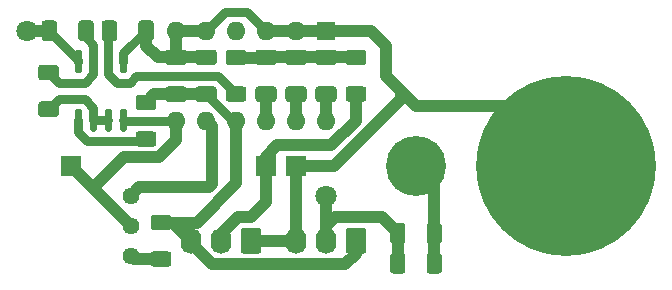
<source format=gbr>
%TF.GenerationSoftware,KiCad,Pcbnew,5.1.10-88a1d61d58~90~ubuntu20.04.1*%
%TF.CreationDate,2023-02-04T16:19:20+01:00*%
%TF.ProjectId,zvire-vetrnik-current-sensor-opamp,7a766972-652d-4766-9574-726e696b2d63,rev?*%
%TF.SameCoordinates,PX48ab840PY791ddc0*%
%TF.FileFunction,Copper,L2,Bot*%
%TF.FilePolarity,Positive*%
%FSLAX46Y46*%
G04 Gerber Fmt 4.6, Leading zero omitted, Abs format (unit mm)*
G04 Created by KiCad (PCBNEW 5.1.10-88a1d61d58~90~ubuntu20.04.1) date 2023-02-04 16:19:20*
%MOMM*%
%LPD*%
G01*
G04 APERTURE LIST*
%TA.AperFunction,ComponentPad*%
%ADD10C,1.440000*%
%TD*%
%TA.AperFunction,ComponentPad*%
%ADD11R,1.700000X1.700000*%
%TD*%
%TA.AperFunction,ComponentPad*%
%ADD12O,1.600000X1.600000*%
%TD*%
%TA.AperFunction,ComponentPad*%
%ADD13R,1.600000X1.600000*%
%TD*%
%TA.AperFunction,ComponentPad*%
%ADD14O,1.740000X2.190000*%
%TD*%
%TA.AperFunction,ComponentPad*%
%ADD15C,5.080000*%
%TD*%
%TA.AperFunction,ComponentPad*%
%ADD16C,15.240000*%
%TD*%
%TA.AperFunction,ViaPad*%
%ADD17C,1.800000*%
%TD*%
%TA.AperFunction,Conductor*%
%ADD18C,1.000000*%
%TD*%
%TA.AperFunction,Conductor*%
%ADD19C,0.800000*%
%TD*%
G04 APERTURE END LIST*
%TO.P,R3,2*%
%TO.N,Net-(R3-Pad2)*%
%TA.AperFunction,SMDPad,CuDef*%
G36*
G01*
X12075000Y13070000D02*
X13325000Y13070000D01*
G75*
G02*
X13575000Y12820000I0J-250000D01*
G01*
X13575000Y12020000D01*
G75*
G02*
X13325000Y11770000I-250000J0D01*
G01*
X12075000Y11770000D01*
G75*
G02*
X11825000Y12020000I0J250000D01*
G01*
X11825000Y12820000D01*
G75*
G02*
X12075000Y13070000I250000J0D01*
G01*
G37*
%TD.AperFunction*%
%TO.P,R3,1*%
%TO.N,+5V*%
%TA.AperFunction,SMDPad,CuDef*%
G36*
G01*
X12075000Y16170000D02*
X13325000Y16170000D01*
G75*
G02*
X13575000Y15920000I0J-250000D01*
G01*
X13575000Y15120000D01*
G75*
G02*
X13325000Y14870000I-250000J0D01*
G01*
X12075000Y14870000D01*
G75*
G02*
X11825000Y15120000I0J250000D01*
G01*
X11825000Y15920000D01*
G75*
G02*
X12075000Y16170000I250000J0D01*
G01*
G37*
%TD.AperFunction*%
%TD*%
D10*
%TO.P,RV1,3*%
%TO.N,GND*%
X11430000Y7620000D03*
%TO.P,RV1,2*%
%TO.N,Net-(RV1-Pad2)*%
X11430000Y5080000D03*
%TO.P,RV1,1*%
%TO.N,Net-(R1-Pad2)*%
X11430000Y2540000D03*
%TD*%
%TO.P,U1,8*%
%TO.N,Net-(R3-Pad2)*%
%TA.AperFunction,SMDPad,CuDef*%
G36*
G01*
X6835000Y15010000D02*
X7135000Y15010000D01*
G75*
G02*
X7285000Y14860000I0J-150000D01*
G01*
X7285000Y13210000D01*
G75*
G02*
X7135000Y13060000I-150000J0D01*
G01*
X6835000Y13060000D01*
G75*
G02*
X6685000Y13210000I0J150000D01*
G01*
X6685000Y14860000D01*
G75*
G02*
X6835000Y15010000I150000J0D01*
G01*
G37*
%TD.AperFunction*%
%TO.P,U1,7*%
%TO.N,Net-(R5-Pad2)*%
%TA.AperFunction,SMDPad,CuDef*%
G36*
G01*
X8105000Y15010000D02*
X8405000Y15010000D01*
G75*
G02*
X8555000Y14860000I0J-150000D01*
G01*
X8555000Y13210000D01*
G75*
G02*
X8405000Y13060000I-150000J0D01*
G01*
X8105000Y13060000D01*
G75*
G02*
X7955000Y13210000I0J150000D01*
G01*
X7955000Y14860000D01*
G75*
G02*
X8105000Y15010000I150000J0D01*
G01*
G37*
%TD.AperFunction*%
%TO.P,U1,6*%
%TA.AperFunction,SMDPad,CuDef*%
G36*
G01*
X9375000Y15010000D02*
X9675000Y15010000D01*
G75*
G02*
X9825000Y14860000I0J-150000D01*
G01*
X9825000Y13210000D01*
G75*
G02*
X9675000Y13060000I-150000J0D01*
G01*
X9375000Y13060000D01*
G75*
G02*
X9225000Y13210000I0J150000D01*
G01*
X9225000Y14860000D01*
G75*
G02*
X9375000Y15010000I150000J0D01*
G01*
G37*
%TD.AperFunction*%
%TO.P,U1,5*%
%TO.N,Net-(RV1-Pad2)*%
%TA.AperFunction,SMDPad,CuDef*%
G36*
G01*
X10645000Y15010000D02*
X10945000Y15010000D01*
G75*
G02*
X11095000Y14860000I0J-150000D01*
G01*
X11095000Y13210000D01*
G75*
G02*
X10945000Y13060000I-150000J0D01*
G01*
X10645000Y13060000D01*
G75*
G02*
X10495000Y13210000I0J150000D01*
G01*
X10495000Y14860000D01*
G75*
G02*
X10645000Y15010000I150000J0D01*
G01*
G37*
%TD.AperFunction*%
%TO.P,U1,4*%
%TO.N,GND*%
%TA.AperFunction,SMDPad,CuDef*%
G36*
G01*
X10645000Y19960000D02*
X10945000Y19960000D01*
G75*
G02*
X11095000Y19810000I0J-150000D01*
G01*
X11095000Y18160000D01*
G75*
G02*
X10945000Y18010000I-150000J0D01*
G01*
X10645000Y18010000D01*
G75*
G02*
X10495000Y18160000I0J150000D01*
G01*
X10495000Y19810000D01*
G75*
G02*
X10645000Y19960000I150000J0D01*
G01*
G37*
%TD.AperFunction*%
%TO.P,U1,3*%
%TO.N,Net-(R4-Pad1)*%
%TA.AperFunction,SMDPad,CuDef*%
G36*
G01*
X9375000Y19960000D02*
X9675000Y19960000D01*
G75*
G02*
X9825000Y19810000I0J-150000D01*
G01*
X9825000Y18160000D01*
G75*
G02*
X9675000Y18010000I-150000J0D01*
G01*
X9375000Y18010000D01*
G75*
G02*
X9225000Y18160000I0J150000D01*
G01*
X9225000Y19810000D01*
G75*
G02*
X9375000Y19960000I150000J0D01*
G01*
G37*
%TD.AperFunction*%
%TO.P,U1,2*%
%TO.N,Net-(R5-Pad1)*%
%TA.AperFunction,SMDPad,CuDef*%
G36*
G01*
X8105000Y19960000D02*
X8405000Y19960000D01*
G75*
G02*
X8555000Y19810000I0J-150000D01*
G01*
X8555000Y18160000D01*
G75*
G02*
X8405000Y18010000I-150000J0D01*
G01*
X8105000Y18010000D01*
G75*
G02*
X7955000Y18160000I0J150000D01*
G01*
X7955000Y19810000D01*
G75*
G02*
X8105000Y19960000I150000J0D01*
G01*
G37*
%TD.AperFunction*%
%TO.P,U1,1*%
%TO.N,Net-(J3-Pad2)*%
%TA.AperFunction,SMDPad,CuDef*%
G36*
G01*
X6835000Y19960000D02*
X7135000Y19960000D01*
G75*
G02*
X7285000Y19810000I0J-150000D01*
G01*
X7285000Y18160000D01*
G75*
G02*
X7135000Y18010000I-150000J0D01*
G01*
X6835000Y18010000D01*
G75*
G02*
X6685000Y18160000I0J150000D01*
G01*
X6685000Y19810000D01*
G75*
G02*
X6835000Y19960000I150000J0D01*
G01*
G37*
%TD.AperFunction*%
%TD*%
D11*
%TO.P,TP3,1*%
%TO.N,Net-(J1-Pad2)*%
X22860000Y10160000D03*
%TD*%
%TO.P,TP2,1*%
%TO.N,GND*%
X25400000Y10160000D03*
%TD*%
%TO.P,TP1,1*%
%TO.N,Net-(RV1-Pad2)*%
X6350000Y10160000D03*
%TD*%
D12*
%TO.P,SW1,12*%
%TO.N,Net-(C1-Pad2)*%
X27940000Y13970000D03*
%TO.P,SW1,6*%
%TO.N,GND*%
X15240000Y21590000D03*
%TO.P,SW1,11*%
%TO.N,Net-(C2-Pad2)*%
X25400000Y13970000D03*
%TO.P,SW1,5*%
%TO.N,GND*%
X17780000Y21590000D03*
%TO.P,SW1,10*%
%TO.N,Net-(C3-Pad2)*%
X22860000Y13970000D03*
%TO.P,SW1,4*%
%TO.N,Net-(SW1-Pad4)*%
X20320000Y21590000D03*
%TO.P,SW1,9*%
%TO.N,+5V*%
X20320000Y13970000D03*
%TO.P,SW1,3*%
%TO.N,GND*%
X22860000Y21590000D03*
%TO.P,SW1,8*%
X17780000Y13970000D03*
%TO.P,SW1,2*%
X25400000Y21590000D03*
%TO.P,SW1,7*%
%TO.N,Net-(RV1-Pad2)*%
X15240000Y13970000D03*
D13*
%TO.P,SW1,1*%
%TO.N,GND*%
X27940000Y21590000D03*
%TD*%
%TO.P,R9,2*%
%TO.N,Net-(J3-Pad2)*%
%TA.AperFunction,SMDPad,CuDef*%
G36*
G01*
X34660000Y5070000D02*
X34660000Y3820000D01*
G75*
G02*
X34410000Y3570000I-250000J0D01*
G01*
X33610000Y3570000D01*
G75*
G02*
X33360000Y3820000I0J250000D01*
G01*
X33360000Y5070000D01*
G75*
G02*
X33610000Y5320000I250000J0D01*
G01*
X34410000Y5320000D01*
G75*
G02*
X34660000Y5070000I0J-250000D01*
G01*
G37*
%TD.AperFunction*%
%TO.P,R9,1*%
%TO.N,Net-(J2-Pad1)*%
%TA.AperFunction,SMDPad,CuDef*%
G36*
G01*
X37760000Y5070000D02*
X37760000Y3820000D01*
G75*
G02*
X37510000Y3570000I-250000J0D01*
G01*
X36710000Y3570000D01*
G75*
G02*
X36460000Y3820000I0J250000D01*
G01*
X36460000Y5070000D01*
G75*
G02*
X36710000Y5320000I250000J0D01*
G01*
X37510000Y5320000D01*
G75*
G02*
X37760000Y5070000I0J-250000D01*
G01*
G37*
%TD.AperFunction*%
%TD*%
%TO.P,R8,2*%
%TO.N,Net-(J3-Pad2)*%
%TA.AperFunction,SMDPad,CuDef*%
G36*
G01*
X34660000Y2530000D02*
X34660000Y1280000D01*
G75*
G02*
X34410000Y1030000I-250000J0D01*
G01*
X33610000Y1030000D01*
G75*
G02*
X33360000Y1280000I0J250000D01*
G01*
X33360000Y2530000D01*
G75*
G02*
X33610000Y2780000I250000J0D01*
G01*
X34410000Y2780000D01*
G75*
G02*
X34660000Y2530000I0J-250000D01*
G01*
G37*
%TD.AperFunction*%
%TO.P,R8,1*%
%TO.N,Net-(J2-Pad1)*%
%TA.AperFunction,SMDPad,CuDef*%
G36*
G01*
X37760000Y2530000D02*
X37760000Y1280000D01*
G75*
G02*
X37510000Y1030000I-250000J0D01*
G01*
X36710000Y1030000D01*
G75*
G02*
X36460000Y1280000I0J250000D01*
G01*
X36460000Y2530000D01*
G75*
G02*
X36710000Y2780000I250000J0D01*
G01*
X37510000Y2780000D01*
G75*
G02*
X37760000Y2530000I0J-250000D01*
G01*
G37*
%TD.AperFunction*%
%TD*%
%TO.P,R7,2*%
%TO.N,Net-(R5-Pad1)*%
%TA.AperFunction,SMDPad,CuDef*%
G36*
G01*
X6970000Y20965000D02*
X6970000Y22215000D01*
G75*
G02*
X7220000Y22465000I250000J0D01*
G01*
X8020000Y22465000D01*
G75*
G02*
X8270000Y22215000I0J-250000D01*
G01*
X8270000Y20965000D01*
G75*
G02*
X8020000Y20715000I-250000J0D01*
G01*
X7220000Y20715000D01*
G75*
G02*
X6970000Y20965000I0J250000D01*
G01*
G37*
%TD.AperFunction*%
%TO.P,R7,1*%
%TO.N,Net-(J3-Pad2)*%
%TA.AperFunction,SMDPad,CuDef*%
G36*
G01*
X3870000Y20965000D02*
X3870000Y22215000D01*
G75*
G02*
X4120000Y22465000I250000J0D01*
G01*
X4920000Y22465000D01*
G75*
G02*
X5170000Y22215000I0J-250000D01*
G01*
X5170000Y20965000D01*
G75*
G02*
X4920000Y20715000I-250000J0D01*
G01*
X4120000Y20715000D01*
G75*
G02*
X3870000Y20965000I0J250000D01*
G01*
G37*
%TD.AperFunction*%
%TD*%
%TO.P,R6,2*%
%TO.N,GND*%
%TA.AperFunction,SMDPad,CuDef*%
G36*
G01*
X12050000Y20965000D02*
X12050000Y22215000D01*
G75*
G02*
X12300000Y22465000I250000J0D01*
G01*
X13100000Y22465000D01*
G75*
G02*
X13350000Y22215000I0J-250000D01*
G01*
X13350000Y20965000D01*
G75*
G02*
X13100000Y20715000I-250000J0D01*
G01*
X12300000Y20715000D01*
G75*
G02*
X12050000Y20965000I0J250000D01*
G01*
G37*
%TD.AperFunction*%
%TO.P,R6,1*%
%TO.N,Net-(R4-Pad1)*%
%TA.AperFunction,SMDPad,CuDef*%
G36*
G01*
X8950000Y20965000D02*
X8950000Y22215000D01*
G75*
G02*
X9200000Y22465000I250000J0D01*
G01*
X10000000Y22465000D01*
G75*
G02*
X10250000Y22215000I0J-250000D01*
G01*
X10250000Y20965000D01*
G75*
G02*
X10000000Y20715000I-250000J0D01*
G01*
X9200000Y20715000D01*
G75*
G02*
X8950000Y20965000I0J250000D01*
G01*
G37*
%TD.AperFunction*%
%TD*%
%TO.P,R5,2*%
%TO.N,Net-(R5-Pad2)*%
%TA.AperFunction,SMDPad,CuDef*%
G36*
G01*
X3820000Y15610000D02*
X5070000Y15610000D01*
G75*
G02*
X5320000Y15360000I0J-250000D01*
G01*
X5320000Y14560000D01*
G75*
G02*
X5070000Y14310000I-250000J0D01*
G01*
X3820000Y14310000D01*
G75*
G02*
X3570000Y14560000I0J250000D01*
G01*
X3570000Y15360000D01*
G75*
G02*
X3820000Y15610000I250000J0D01*
G01*
G37*
%TD.AperFunction*%
%TO.P,R5,1*%
%TO.N,Net-(R5-Pad1)*%
%TA.AperFunction,SMDPad,CuDef*%
G36*
G01*
X3820000Y18710000D02*
X5070000Y18710000D01*
G75*
G02*
X5320000Y18460000I0J-250000D01*
G01*
X5320000Y17660000D01*
G75*
G02*
X5070000Y17410000I-250000J0D01*
G01*
X3820000Y17410000D01*
G75*
G02*
X3570000Y17660000I0J250000D01*
G01*
X3570000Y18460000D01*
G75*
G02*
X3820000Y18710000I250000J0D01*
G01*
G37*
%TD.AperFunction*%
%TD*%
%TO.P,R4,2*%
%TO.N,Net-(C1-Pad1)*%
%TA.AperFunction,SMDPad,CuDef*%
G36*
G01*
X20945000Y18680000D02*
X19695000Y18680000D01*
G75*
G02*
X19445000Y18930000I0J250000D01*
G01*
X19445000Y19730000D01*
G75*
G02*
X19695000Y19980000I250000J0D01*
G01*
X20945000Y19980000D01*
G75*
G02*
X21195000Y19730000I0J-250000D01*
G01*
X21195000Y18930000D01*
G75*
G02*
X20945000Y18680000I-250000J0D01*
G01*
G37*
%TD.AperFunction*%
%TO.P,R4,1*%
%TO.N,Net-(R4-Pad1)*%
%TA.AperFunction,SMDPad,CuDef*%
G36*
G01*
X20945000Y15580000D02*
X19695000Y15580000D01*
G75*
G02*
X19445000Y15830000I0J250000D01*
G01*
X19445000Y16630000D01*
G75*
G02*
X19695000Y16880000I250000J0D01*
G01*
X20945000Y16880000D01*
G75*
G02*
X21195000Y16630000I0J-250000D01*
G01*
X21195000Y15830000D01*
G75*
G02*
X20945000Y15580000I-250000J0D01*
G01*
G37*
%TD.AperFunction*%
%TD*%
%TO.P,R2,2*%
%TO.N,Net-(J1-Pad2)*%
%TA.AperFunction,SMDPad,CuDef*%
G36*
G01*
X29855000Y16880000D02*
X31105000Y16880000D01*
G75*
G02*
X31355000Y16630000I0J-250000D01*
G01*
X31355000Y15830000D01*
G75*
G02*
X31105000Y15580000I-250000J0D01*
G01*
X29855000Y15580000D01*
G75*
G02*
X29605000Y15830000I0J250000D01*
G01*
X29605000Y16630000D01*
G75*
G02*
X29855000Y16880000I250000J0D01*
G01*
G37*
%TD.AperFunction*%
%TO.P,R2,1*%
%TO.N,Net-(C1-Pad1)*%
%TA.AperFunction,SMDPad,CuDef*%
G36*
G01*
X29855000Y19980000D02*
X31105000Y19980000D01*
G75*
G02*
X31355000Y19730000I0J-250000D01*
G01*
X31355000Y18930000D01*
G75*
G02*
X31105000Y18680000I-250000J0D01*
G01*
X29855000Y18680000D01*
G75*
G02*
X29605000Y18930000I0J250000D01*
G01*
X29605000Y19730000D01*
G75*
G02*
X29855000Y19980000I250000J0D01*
G01*
G37*
%TD.AperFunction*%
%TD*%
%TO.P,R1,2*%
%TO.N,Net-(R1-Pad2)*%
%TA.AperFunction,SMDPad,CuDef*%
G36*
G01*
X13345000Y2910000D02*
X14595000Y2910000D01*
G75*
G02*
X14845000Y2660000I0J-250000D01*
G01*
X14845000Y1860000D01*
G75*
G02*
X14595000Y1610000I-250000J0D01*
G01*
X13345000Y1610000D01*
G75*
G02*
X13095000Y1860000I0J250000D01*
G01*
X13095000Y2660000D01*
G75*
G02*
X13345000Y2910000I250000J0D01*
G01*
G37*
%TD.AperFunction*%
%TO.P,R1,1*%
%TO.N,+5V*%
%TA.AperFunction,SMDPad,CuDef*%
G36*
G01*
X13345000Y6010000D02*
X14595000Y6010000D01*
G75*
G02*
X14845000Y5760000I0J-250000D01*
G01*
X14845000Y4960000D01*
G75*
G02*
X14595000Y4710000I-250000J0D01*
G01*
X13345000Y4710000D01*
G75*
G02*
X13095000Y4960000I0J250000D01*
G01*
X13095000Y5760000D01*
G75*
G02*
X13345000Y6010000I250000J0D01*
G01*
G37*
%TD.AperFunction*%
%TD*%
D14*
%TO.P,J3,3*%
%TO.N,GND*%
X25400000Y3810000D03*
%TO.P,J3,2*%
%TO.N,Net-(J3-Pad2)*%
X27940000Y3810000D03*
%TO.P,J3,1*%
%TO.N,+5V*%
%TA.AperFunction,ComponentPad*%
G36*
G01*
X31350000Y4655001D02*
X31350000Y2964999D01*
G75*
G02*
X31100001Y2715000I-249999J0D01*
G01*
X29859999Y2715000D01*
G75*
G02*
X29610000Y2964999I0J249999D01*
G01*
X29610000Y4655001D01*
G75*
G02*
X29859999Y4905000I249999J0D01*
G01*
X31100001Y4905000D01*
G75*
G02*
X31350000Y4655001I0J-249999D01*
G01*
G37*
%TD.AperFunction*%
%TD*%
D15*
%TO.P,J2,1*%
%TO.N,Net-(J2-Pad1)*%
X35560000Y10160000D03*
D16*
%TO.P,J2,2*%
%TO.N,GND*%
X48260000Y10160000D03*
%TD*%
D14*
%TO.P,J1,3*%
%TO.N,+5V*%
X16510000Y3810000D03*
%TO.P,J1,2*%
%TO.N,Net-(J1-Pad2)*%
X19050000Y3810000D03*
%TO.P,J1,1*%
%TO.N,GND*%
%TA.AperFunction,ComponentPad*%
G36*
G01*
X22460000Y4655001D02*
X22460000Y2964999D01*
G75*
G02*
X22210001Y2715000I-249999J0D01*
G01*
X20969999Y2715000D01*
G75*
G02*
X20720000Y2964999I0J249999D01*
G01*
X20720000Y4655001D01*
G75*
G02*
X20969999Y4905000I249999J0D01*
G01*
X22210001Y4905000D01*
G75*
G02*
X22460000Y4655001I0J-249999D01*
G01*
G37*
%TD.AperFunction*%
%TD*%
%TO.P,C5,2*%
%TO.N,GND*%
%TA.AperFunction,SMDPad,CuDef*%
G36*
G01*
X15890001Y18680000D02*
X14589999Y18680000D01*
G75*
G02*
X14340000Y18929999I0J249999D01*
G01*
X14340000Y19755001D01*
G75*
G02*
X14589999Y20005000I249999J0D01*
G01*
X15890001Y20005000D01*
G75*
G02*
X16140000Y19755001I0J-249999D01*
G01*
X16140000Y18929999D01*
G75*
G02*
X15890001Y18680000I-249999J0D01*
G01*
G37*
%TD.AperFunction*%
%TO.P,C5,1*%
%TO.N,+5V*%
%TA.AperFunction,SMDPad,CuDef*%
G36*
G01*
X15890001Y15555000D02*
X14589999Y15555000D01*
G75*
G02*
X14340000Y15804999I0J249999D01*
G01*
X14340000Y16630001D01*
G75*
G02*
X14589999Y16880000I249999J0D01*
G01*
X15890001Y16880000D01*
G75*
G02*
X16140000Y16630001I0J-249999D01*
G01*
X16140000Y15804999D01*
G75*
G02*
X15890001Y15555000I-249999J0D01*
G01*
G37*
%TD.AperFunction*%
%TD*%
%TO.P,C4,2*%
%TO.N,GND*%
%TA.AperFunction,SMDPad,CuDef*%
G36*
G01*
X18430001Y18680000D02*
X17129999Y18680000D01*
G75*
G02*
X16880000Y18929999I0J249999D01*
G01*
X16880000Y19755001D01*
G75*
G02*
X17129999Y20005000I249999J0D01*
G01*
X18430001Y20005000D01*
G75*
G02*
X18680000Y19755001I0J-249999D01*
G01*
X18680000Y18929999D01*
G75*
G02*
X18430001Y18680000I-249999J0D01*
G01*
G37*
%TD.AperFunction*%
%TO.P,C4,1*%
%TO.N,+5V*%
%TA.AperFunction,SMDPad,CuDef*%
G36*
G01*
X18430001Y15555000D02*
X17129999Y15555000D01*
G75*
G02*
X16880000Y15804999I0J249999D01*
G01*
X16880000Y16630001D01*
G75*
G02*
X17129999Y16880000I249999J0D01*
G01*
X18430001Y16880000D01*
G75*
G02*
X18680000Y16630001I0J-249999D01*
G01*
X18680000Y15804999D01*
G75*
G02*
X18430001Y15555000I-249999J0D01*
G01*
G37*
%TD.AperFunction*%
%TD*%
%TO.P,C3,2*%
%TO.N,Net-(C3-Pad2)*%
%TA.AperFunction,SMDPad,CuDef*%
G36*
G01*
X22209999Y16880000D02*
X23510001Y16880000D01*
G75*
G02*
X23760000Y16630001I0J-249999D01*
G01*
X23760000Y15804999D01*
G75*
G02*
X23510001Y15555000I-249999J0D01*
G01*
X22209999Y15555000D01*
G75*
G02*
X21960000Y15804999I0J249999D01*
G01*
X21960000Y16630001D01*
G75*
G02*
X22209999Y16880000I249999J0D01*
G01*
G37*
%TD.AperFunction*%
%TO.P,C3,1*%
%TO.N,Net-(C1-Pad1)*%
%TA.AperFunction,SMDPad,CuDef*%
G36*
G01*
X22209999Y20005000D02*
X23510001Y20005000D01*
G75*
G02*
X23760000Y19755001I0J-249999D01*
G01*
X23760000Y18929999D01*
G75*
G02*
X23510001Y18680000I-249999J0D01*
G01*
X22209999Y18680000D01*
G75*
G02*
X21960000Y18929999I0J249999D01*
G01*
X21960000Y19755001D01*
G75*
G02*
X22209999Y20005000I249999J0D01*
G01*
G37*
%TD.AperFunction*%
%TD*%
%TO.P,C2,2*%
%TO.N,Net-(C2-Pad2)*%
%TA.AperFunction,SMDPad,CuDef*%
G36*
G01*
X24749999Y16880000D02*
X26050001Y16880000D01*
G75*
G02*
X26300000Y16630001I0J-249999D01*
G01*
X26300000Y15804999D01*
G75*
G02*
X26050001Y15555000I-249999J0D01*
G01*
X24749999Y15555000D01*
G75*
G02*
X24500000Y15804999I0J249999D01*
G01*
X24500000Y16630001D01*
G75*
G02*
X24749999Y16880000I249999J0D01*
G01*
G37*
%TD.AperFunction*%
%TO.P,C2,1*%
%TO.N,Net-(C1-Pad1)*%
%TA.AperFunction,SMDPad,CuDef*%
G36*
G01*
X24749999Y20005000D02*
X26050001Y20005000D01*
G75*
G02*
X26300000Y19755001I0J-249999D01*
G01*
X26300000Y18929999D01*
G75*
G02*
X26050001Y18680000I-249999J0D01*
G01*
X24749999Y18680000D01*
G75*
G02*
X24500000Y18929999I0J249999D01*
G01*
X24500000Y19755001D01*
G75*
G02*
X24749999Y20005000I249999J0D01*
G01*
G37*
%TD.AperFunction*%
%TD*%
%TO.P,C1,2*%
%TO.N,Net-(C1-Pad2)*%
%TA.AperFunction,SMDPad,CuDef*%
G36*
G01*
X27289999Y16880000D02*
X28590001Y16880000D01*
G75*
G02*
X28840000Y16630001I0J-249999D01*
G01*
X28840000Y15804999D01*
G75*
G02*
X28590001Y15555000I-249999J0D01*
G01*
X27289999Y15555000D01*
G75*
G02*
X27040000Y15804999I0J249999D01*
G01*
X27040000Y16630001D01*
G75*
G02*
X27289999Y16880000I249999J0D01*
G01*
G37*
%TD.AperFunction*%
%TO.P,C1,1*%
%TO.N,Net-(C1-Pad1)*%
%TA.AperFunction,SMDPad,CuDef*%
G36*
G01*
X27289999Y20005000D02*
X28590001Y20005000D01*
G75*
G02*
X28840000Y19755001I0J-249999D01*
G01*
X28840000Y18929999D01*
G75*
G02*
X28590001Y18680000I-249999J0D01*
G01*
X27289999Y18680000D01*
G75*
G02*
X27040000Y18929999I0J249999D01*
G01*
X27040000Y19755001D01*
G75*
G02*
X27289999Y20005000I249999J0D01*
G01*
G37*
%TD.AperFunction*%
%TD*%
D17*
%TO.N,Net-(J3-Pad2)*%
X27940000Y7620000D03*
X2595000Y21590000D03*
%TD*%
D18*
%TO.N,Net-(C1-Pad2)*%
X27940000Y16217500D02*
X27940000Y13970000D01*
%TO.N,Net-(C1-Pad1)*%
X27940000Y19342500D02*
X25400000Y19342500D01*
X25400000Y19342500D02*
X22860000Y19342500D01*
X30467500Y19342500D02*
X30480000Y19330000D01*
X27940000Y19342500D02*
X30467500Y19342500D01*
X22847500Y19330000D02*
X22860000Y19342500D01*
X20320000Y19330000D02*
X22847500Y19330000D01*
%TO.N,Net-(C2-Pad2)*%
X25400000Y16217500D02*
X25400000Y13970000D01*
%TO.N,Net-(C3-Pad2)*%
X22860000Y16217500D02*
X22860000Y13970000D01*
%TO.N,GND*%
X22860000Y21590000D02*
X25400000Y21590000D01*
X25400000Y21590000D02*
X27940000Y21590000D01*
X35560000Y15240000D02*
X43180000Y15240000D01*
X43180000Y15240000D02*
X48260000Y10160000D01*
X33020000Y20320000D02*
X33020000Y17780000D01*
X31750000Y21590000D02*
X33020000Y20320000D01*
X27940000Y21590000D02*
X31750000Y21590000D01*
X15240000Y19342500D02*
X17780000Y19342500D01*
D19*
X10795000Y19685000D02*
X12700000Y21590000D01*
X10795000Y18985000D02*
X10795000Y19685000D01*
D18*
X15240000Y19342500D02*
X13677500Y19342500D01*
X12700000Y20320000D02*
X12700000Y21590000D01*
X13677500Y19342500D02*
X12700000Y20320000D01*
X17780000Y21590000D02*
X15240000Y21590000D01*
X15240000Y21590000D02*
X15240000Y19342500D01*
X25400000Y10160000D02*
X25400000Y3810000D01*
X34290000Y15824086D02*
X34290000Y16510000D01*
X28625914Y10160000D02*
X34290000Y15824086D01*
X34290000Y16510000D02*
X35560000Y15240000D01*
X25400000Y10160000D02*
X28625914Y10160000D01*
X33020000Y17780000D02*
X34290000Y16510000D01*
X21590000Y3810000D02*
X25400000Y3810000D01*
X18260001Y13489999D02*
X17780000Y13970000D01*
X18260001Y8589999D02*
X18260001Y13489999D01*
X18010001Y8339999D02*
X18260001Y8589999D01*
X12149999Y8339999D02*
X18010001Y8339999D01*
X11430000Y7620000D02*
X12149999Y8339999D01*
D19*
X21259999Y23190001D02*
X22860000Y21590000D01*
X19380001Y23190001D02*
X21259999Y23190001D01*
X17780000Y21590000D02*
X19380001Y23190001D01*
D18*
%TO.N,+5V*%
X30480000Y2715000D02*
X29579990Y1814990D01*
X30480000Y3810000D02*
X30480000Y2715000D01*
X15240000Y16217500D02*
X17780000Y16217500D01*
X13397500Y16217500D02*
X15240000Y16217500D01*
X12700000Y15520000D02*
X13397500Y16217500D01*
X16510000Y3621828D02*
X16510000Y3810000D01*
X18316838Y1814990D02*
X16510000Y3621828D01*
X29579990Y1814990D02*
X18316838Y1814990D01*
X14960000Y5360000D02*
X16510000Y3810000D01*
X13970000Y5360000D02*
X14960000Y5360000D01*
X17009915Y5360000D02*
X14960000Y5360000D01*
X20320000Y8670085D02*
X17009915Y5360000D01*
X20320000Y13970000D02*
X20320000Y8670085D01*
D19*
X20070058Y13970000D02*
X20320000Y13970000D01*
X17822558Y16217500D02*
X20070058Y13970000D01*
X17780000Y16217500D02*
X17822558Y16217500D01*
D18*
%TO.N,Net-(J1-Pad2)*%
X30480000Y13993998D02*
X28396003Y11910001D01*
X30480000Y16230000D02*
X30480000Y13993998D01*
X23829999Y11910001D02*
X28396003Y11910001D01*
X22860000Y10940002D02*
X23829999Y11910001D01*
X22860000Y10160000D02*
X22860000Y10940002D01*
X22860000Y10160000D02*
X22860000Y7075010D01*
X19050000Y4361362D02*
X19050000Y3810000D01*
X20493648Y5805010D02*
X19050000Y4361362D01*
X21590000Y5805010D02*
X20493648Y5805010D01*
X22860000Y7075010D02*
X21590000Y5805010D01*
%TO.N,Net-(J2-Pad1)*%
X37110000Y4445000D02*
X37110000Y1905000D01*
X37110000Y8610000D02*
X35560000Y10160000D01*
X37110000Y4445000D02*
X37110000Y8610000D01*
%TO.N,Net-(J3-Pad2)*%
X34010000Y3455000D02*
X34010000Y1905000D01*
X34010000Y4445000D02*
X34010000Y3455000D01*
D19*
X6985000Y19125000D02*
X4520000Y21590000D01*
X6985000Y18985000D02*
X6985000Y19125000D01*
D18*
X27940000Y3810000D02*
X27940000Y5080000D01*
X32649990Y5805010D02*
X34010000Y4445000D01*
X28665010Y5805010D02*
X32649990Y5805010D01*
X27940000Y5080000D02*
X28665010Y5805010D01*
X27940000Y5080000D02*
X27940000Y7620000D01*
X2595000Y21590000D02*
X4520000Y21590000D01*
%TO.N,Net-(R1-Pad2)*%
X11710000Y2260000D02*
X11430000Y2540000D01*
X13970000Y2260000D02*
X11710000Y2260000D01*
D19*
%TO.N,Net-(R4-Pad1)*%
X9525000Y21515000D02*
X9600000Y21590000D01*
X9525000Y18985000D02*
X9525000Y21515000D01*
X9525000Y17936482D02*
X9525000Y18985000D01*
X10251492Y17209990D02*
X9525000Y17936482D01*
X11338508Y17209990D02*
X10251492Y17209990D01*
X11895010Y17766492D02*
X11338508Y17209990D01*
X18783508Y17766492D02*
X11895010Y17766492D01*
X20320000Y16230000D02*
X18783508Y17766492D01*
%TO.N,Net-(R5-Pad2)*%
X8255000Y15083518D02*
X8255000Y14035000D01*
X7528508Y15810010D02*
X8255000Y15083518D01*
X5295010Y15810010D02*
X7528508Y15810010D01*
X4445000Y14960000D02*
X5295010Y15810010D01*
X8255000Y14035000D02*
X9525000Y14035000D01*
%TO.N,Net-(R5-Pad1)*%
X8255000Y20425058D02*
X7620000Y21060058D01*
X8255000Y18985000D02*
X8255000Y20425058D01*
X8255000Y17936482D02*
X8255000Y18985000D01*
X7528508Y17209990D02*
X8255000Y17936482D01*
X5295010Y17209990D02*
X7528508Y17209990D01*
X4445000Y18060000D02*
X5295010Y17209990D01*
%TO.N,Net-(RV1-Pad2)*%
X10860000Y13970000D02*
X10795000Y14035000D01*
X15240000Y13970000D02*
X10860000Y13970000D01*
D18*
X11430000Y5080000D02*
X9809999Y6700001D01*
X8890000Y7620000D02*
X9809999Y6700001D01*
X15240000Y12308638D02*
X13801352Y10869990D01*
X15240000Y13970000D02*
X15240000Y12308638D01*
X13801352Y10869990D02*
X10869990Y10869990D01*
X8255000Y8255000D02*
X8890000Y7620000D01*
X10869990Y10869990D02*
X8255000Y8255000D01*
X6350000Y10160000D02*
X8255000Y8255000D01*
D19*
%TO.N,Net-(R3-Pad2)*%
X12539990Y12259990D02*
X12700000Y12420000D01*
X7711492Y12259990D02*
X12539990Y12259990D01*
X6985000Y12986482D02*
X7711492Y12259990D01*
X6985000Y14035000D02*
X6985000Y12986482D01*
%TD*%
M02*

</source>
